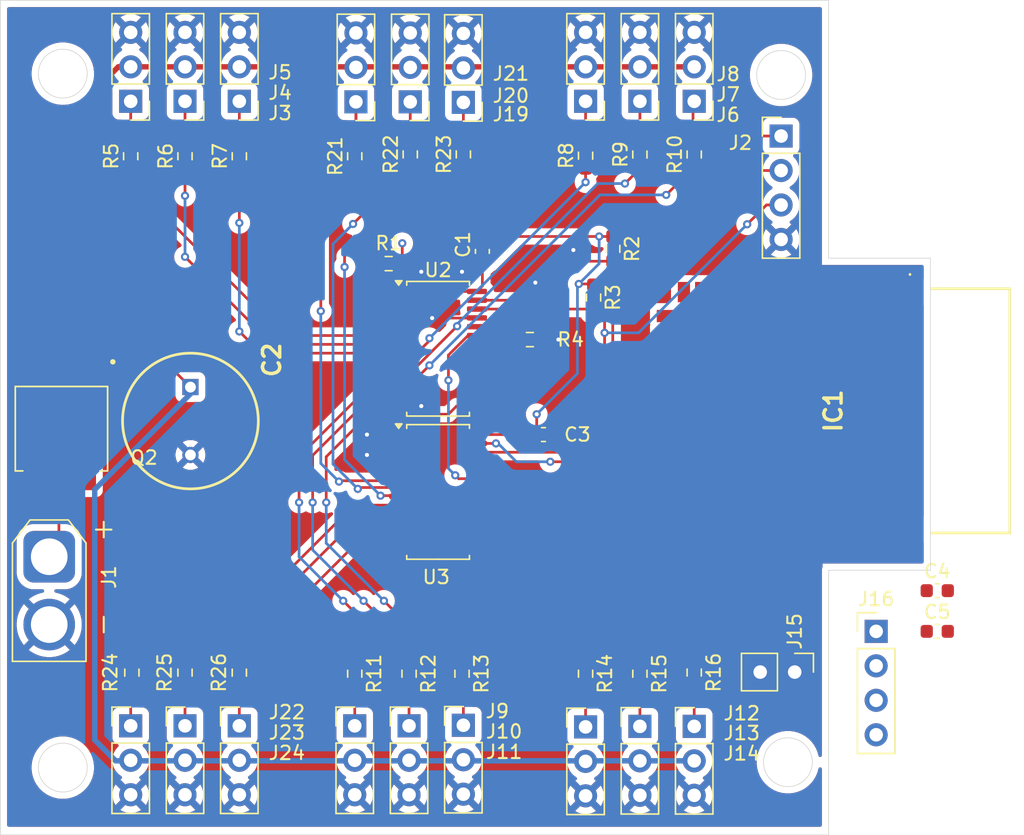
<source format=kicad_pcb>
(kicad_pcb (version 20241229) (generator "pcbnew") (generator_version "9.0")
  (layers (0 "F.Cu" signal) (2 "B.Cu" signal) (13 "F.Paste" user) (15 "B.Paste" user) (5 "F.SilkS" user "F.Silkscreen") (7 "B.SilkS" user "B.Silkscreen") (1 "F.Mask" user) (3 "B.Mask" user) (25 "Edge.Cuts" user))
  (net 0 "")
  (net 2 "GND")
  (net 3 "nOE")
  (net 4 "PWM0")
  (net 6 "SDA")
  (net 7 "Net-(J3-Pin_1)")
  (net 9 "Net-(J4-Pin_1)")
  (net 10 "PWM1")
  (net 11 "Net-(J5-Pin_1)")
  (net 12 "VCC")
  (net 13 "PWM2")
  (net 14 "PWM3")
  (net 15 "SCL")
  (net 16 "Net-(J6-Pin_1)")
  (net 17 "PWM4")
  (net 18 "Net-(J7-Pin_1)")
  (net 20 "PWM5")
  (net 21 "Net-(J8-Pin_1)")
  (net 23 "Net-(J9-Pin_1)")
  (net 24 "PWM6")
  (net 25 "Net-(J10-Pin_1)")
  (net 26 "PWM7")
  (net 27 "Net-(J11-Pin_1)")
  (net 28 "PWM8")
  (net 29 "Net-(J12-Pin_1)")
  (net 30 "PWM9")
  (net 31 "PWM10")
  (net 32 "Net-(J13-Pin_1)")
  (net 33 "PWM11")
  (net 34 "Net-(J14-Pin_1)")
  (net 35 "PWM12")
  (net 38 "PWM13")
  (net 39 "PWM14")
  (net 40 "3V3")
  (net 41 "PWM15")
  (net 43 "Net-(J19-Pin_1)")
  (net 44 "PWM16")
  (net 45 "Net-(J20-Pin_1)")
  (net 46 "PWM17")
  (net 47 "PWM18")
  (net 48 "Net-(J21-Pin_1)")
  (net 49 "PWM19")
  (net 50 "Net-(J22-Pin_1)")
  (net 51 "PWM20")
  (net 52 "Net-(J23-Pin_1)")
  (net 53 "PWM21")
  (net 54 "Net-(J24-Pin_1)")
  (net 55 "PWM22")
  (net 56 "UART_TX")
  (net 58 "PWM23")
  (net 59 "PWM24")
  (net 61 "PWM25")
  (net 63 "PWM26")
  (net 65 "PWM27")
  (net 66 "UART_RX")
  (net 68 "PWM28")
  (net 69 "PWM29")
  (net 71 "PWM30")
  (net 72 "PWM31")
  (net 73 "Net-(IC1-IO0)")
  (net 80 "+5V")
  (net 81 "Net-(J1-Pin_1)")
  (footprint "Resistor_SMD:R_0603_1608Metric_Pad0.98x0.95mm_HandSolder" (layer "F.Cu") (at 99.5 44.9525 90)
    (property "Reference" "R23")
    (property "Value" "220" (hide yes))
  )
  (footprint "Resistor_SMD:R_0603_1608Metric_Pad0.98x0.95mm_HandSolder" (layer "F.Cu") (at 108.5 83.22 -90)
    (property "Reference" "R14")
    (property "Value" "220" (hide yes))
  )
  (footprint "Resistor_SMD:R_0603_1608Metric_Pad0.98x0.95mm_HandSolder" (layer "F.Cu") (at 91.5 83.22 -90)
    (property "Reference" "R11")
    (property "Value" "220" (hide yes))
  )
  (footprint "Connector_PinHeader_2.54mm:PinHeader_1x02_P2.54mm_Vertical" (layer "F.Cu") (at 123.9 83.1 -90)
    (property "Reference" "J15")
    (property "Value" "Conn_01x02_Pin" (hide yes))
  )
  (footprint "Connector_PinHeader_2.54mm:PinHeader_1x03_P2.54mm_Vertical" (layer "F.Cu") (at 83 87.06)
    (property "Reference" "J24")
    (property "Value" "Conn_01x03_Pin" (hide yes))
  )
  (footprint "Resistor_SMD:R_0603_1608Metric_Pad0.98x0.95mm_HandSolder" (layer "F.Cu") (at 79 45.0875 90)
    (property "Reference" "R6")
    (property "Value" "220" (hide yes))
  )
  (footprint "Connector_PinHeader_2.54mm:PinHeader_1x03_P2.54mm_Vertical" (layer "F.Cu") (at 116.5 41.04 180)
    (property "Reference" "J8")
    (property "Value" "Conn_01x03_Pin" (hide yes))
  )
  (footprint "Connector_PinHeader_2.54mm:PinHeader_1x03_P2.54mm_Vertical" (layer "F.Cu") (at 108.5 41.04 180)
    (property "Reference" "J6")
    (property "Value" "Conn_01x03_Pin" (hide yes))
  )
  (footprint "Connector_PinHeader_2.54mm:PinHeader_1x03_P2.54mm_Vertical" (layer "F.Cu") (at 108.5 87.14)
    (property "Reference" "J12")
    (property "Value" "Conn_01x03_Pin" (hide yes))
  )
  (footprint "Resistor_SMD:R_0603_1608Metric_Pad0.98x0.95mm_HandSolder" (layer "F.Cu") (at 75 45.0875 90)
    (property "Reference" "R5")
    (property "Value" "220" (hide yes))
  )
  (footprint "Package_SO:TSSOP-28_4.4x9.7mm_P0.65mm" (layer "F.Cu") (at 97.6375 69.825)
    (property "Reference" "U3")
    (property "Value" "PCA9685PW" (hide yes))
  )
  (footprint "Connector_PinHeader_2.54mm:PinHeader_1x04_P2.54mm_Vertical" (layer "F.Cu") (at 129.9 80.1)
    (property "Reference" "J16")
    (property "Value" "Conn_01x04_Pin" (hide yes))
  )
  (footprint "supercap:CAPPRD500W60D1000H1350" (layer "F.Cu") (at 79.4 62.1 -90)
    (property "Reference" "C2")
    (property "Value" "1000uF" (hide yes))
  )
  (footprint "Resistor_SMD:R_0603_1608Metric_Pad0.98x0.95mm_HandSolder" (layer "F.Cu") (at 95.5875 44.9525 90)
    (property "Reference" "R22")
    (property "Value" "220" (hide yes))
  )
  (footprint "Connector_PinHeader_2.54mm:PinHeader_1x03_P2.54mm_Vertical" (layer "F.Cu") (at 116.5 87.1)
    (property "Reference" "J14")
    (property "Value" "Conn_01x03_Pin" (hide yes))
  )
  (footprint "Resistor_SMD:R_0603_1608Metric_Pad0.98x0.95mm_HandSolder" (layer "F.Cu") (at 116.5 44.96 90)
    (property "Reference" "R10")
    (property "Value" "220" (hide yes))
  )
  (footprint "Resistor_SMD:R_0603_1608Metric_Pad0.98x0.95mm_HandSolder" (layer "F.Cu") (at 83 83.14 -90)
    (property "Reference" "R26")
    (property "Value" "220" (hide yes))
  )
  (footprint "Resistor_SMD:R_0603_1608Metric_Pad0.98x0.95mm_HandSolder" (layer "F.Cu") (at 95.5 83.22 -90)
    (property "Reference" "R12")
    (property "Value" "220" (hide yes))
  )
  (footprint "Connector_PinHeader_2.54mm:PinHeader_1x03_P2.54mm_Vertical" (layer "F.Cu") (at 91.5875 41.08 180)
    (property "Reference" "J19")
    (property "Value" "Conn_01x03_Pin" (hide yes))
  )
  (footprint "Resistor_SMD:R_0603_1608Metric_Pad0.98x0.95mm_HandSolder" (layer "F.Cu") (at 99.4 83.22 -90)
    (property "Reference" "R13")
    (property "Value" "220" (hide yes))
  )
  (footprint "Connector_PinHeader_2.54mm:PinHeader_1x03_P2.54mm_Vertical" (layer "F.Cu") (at 75 87.06)
    (property "Reference" "J22")
    (property "Value" "Conn_01x03_Pin" (hide yes))
  )
  (footprint "Connector_PinHeader_2.54mm:PinHeader_1x03_P2.54mm_Vertical" (layer "F.Cu") (at 91.5 87.06)
    (property "Reference" "J9")
    (property "Value" "Conn_01x03_Pin" (hide yes))
  )
  (footprint "Connector_PinHeader_2.54mm:PinHeader_1x04_P2.54mm_Vertical" (layer "F.Cu") (at 122.9 43.6)
    (property "Reference" "J2")
    (property "Value" "Conn_01x04_Pin" (hide yes))
  )
  (footprint "Resistor_SMD:R_0603_1608Metric_Pad0.98x0.95mm_HandSolder" (layer "F.Cu") (at 91.5 45.0875 90)
    (property "Reference" "R21")
    (property "Value" "220" (hide yes))
  )
  (footprint "Connector_PinHeader_2.54mm:PinHeader_1x03_P2.54mm_Vertical" (layer "F.Cu") (at 79 41.04 180)
    (property "Reference" "J4")
    (property "Value" "Conn_01x03_Pin" (hide yes))
  )
  (footprint "Resistor_SMD:R_0603_1608Metric_Pad0.98x0.95mm_HandSolder" (layer "F.Cu") (at 112.5 83.22 -90)
    (property "Reference" "R15")
    (property "Value" "220" (hide yes))
  )
  (footprint "Connector_AMASS:AMASS_XT30U-M_1x02_P5.0mm_Vertical" (layer "F.Cu") (at 69 74.6 -90)
    (property "Reference" "J1")
    (property "Value" "Supply Motor" (hide yes))
  )
  (footprint "Capacitor_SMD:C_0603_1608Metric" (layer "F.Cu") (at 105.4 65.6)
    (property "Reference" "C3")
    (property "Value" "10uF" (hide yes))
  )
  (footprint "Connector_PinHeader_2.54mm:PinHeader_1x03_P2.54mm_Vertical" (layer "F.Cu") (at 95.5 87.06)
    (property "Reference" "J10")
    (property "Value" "Conn_01x03_Pin" (hide yes))
  )
  (footprint "Resistor_SMD:R_0603_1608Metric_Pad0.98x0.95mm_HandSolder" (layer "F.Cu") (at 109.0875 55.5 -90)
    (property "Reference" "R3")
    (property "Value" "10k" (hide yes))
  )
  (footprint "Resistor_SMD:R_0603_1608Metric_Pad0.98x0.95mm_HandSolder" (layer "F.Cu") (at 110.5 51.9125 -90)
    (property "Reference" "R2")
    (property "Value" "10k" (hide yes))
  )
  (footprint "Resistor_SMD:R_0603_1608Metric_Pad0.98x0.95mm_HandSolder" (layer "F.Cu") (at 108.5 45.0475 90)
    (property "Reference" "R8")
    (property "Value" "220" (hide yes))
  )
  (footprint "Connector_PinHeader_2.54mm:PinHeader_1x03_P2.54mm_Vertical" (layer "F.Cu") (at 112.5 87.1)
    (property "Reference" "J13")
    (property "Value" "Conn_01x03_Pin" (hide yes))
  )
  (footprint "Resistor_SMD:R_0603_1608Metric_Pad0.98x0.95mm_HandSolder" (layer "F.Cu") (at 75.0875 83.14 -90)
    (property "Reference" "R24")
    (property "Value" "220" (hide yes))
  )
  (footprint "Resistor_SMD:R_0603_1608Metric_Pad0.98x0.95mm_HandSolder" (layer "F.Cu") (at 116.5 83.1325 -90)
    (property "Reference" "R16")
    (property "Value" "220" (hide yes))
  )
  (footprint "Connector_PinHeader_2.54mm:PinHeader_1x03_P2.54mm_Vertical" (layer "F.Cu") (at 83 41.04 180)
    (property "Reference" "J5")
    (property "Value" "Conn_01x03_Pin" (hide yes))
  )
  (footprint "Resistor_SMD:R_0603_1608Metric_Pad0.98x0.95mm_HandSolder" (layer "F.Cu") (at 79 83.14 -90)
    (property "Reference" "R25")
    (property "Value" "220" (hide yes))
  )
  (footprint "ESP32S3WROOM1N8R2:ESP32S3WROOM1N8R2" (layer "F.Cu") (at 126.992315 63.850011 -90)
    (property "Reference" "IC1")
    (property "Value" "ESP32-S3-WROOM-1-N8" (hide yes))
  )
  (footprint "Connector_PinHeader_2.54mm:PinHeader_1x03_P2.54mm_Vertical" (layer "F.Cu") (at 112.5 41.04 180)
    (property "Reference" "J7")
    (property "Value" "Conn_01x03_Pin" (hide yes))
  )
  (footprint "Resistor_SMD:R_0603_1608Metric_Pad0.98x0.95mm_HandSolder" (layer "F.Cu") (at 104.4 58.6)
    (property "Reference" "R4")
    (property "Value" "10k" (hide yes))
  )
  (footprint "Resistor_SMD:R_0603_1608Metric_Pad0.98x0.95mm_HandSolder" (layer "F.Cu") (at 112.5 44.96 90)
    (property "Reference" "R9")
    (property "Value" "220" (hide yes))
  )
  (footprint "Resistor_SMD:R_0603_1608Metric_Pad0.98x0.95mm_HandSolder" (layer "F.Cu") (at 83 45.0875 90)
    (property "Reference" "R7")
    (property "Value" "220" (hide yes))
  )
  (footprint "Connector_PinHeader_2.54mm:PinHeader_1x03_P2.54mm_Vertical" (layer "F.Cu") (at 75 41.04 180)
    (property "Reference" "J3")
    (property "Value" "Conn_01x03_Pin" (hide yes))
  )
  (footprint "Capacitor_SMD:C_0603_1608Metric" (layer "F.Cu") (at 134.4 80.1)
    (property "Reference" "C5")
    (property "Value" "0.1uF" (hide yes))
  )
  (footprint "Connector_PinHeader_2.54mm:PinHeader_1x03_P2.54mm_Vertical" (layer "F.Cu") (at 95.5875 41.08 180)
    (property "Reference" "J20")
    (property "Value" "Conn_01x03_Pin" (hide yes))
  )
  (footprint "Connector_PinHeader_2.54mm:PinHeader_1x03_P2.54mm_Vertical" (layer "F.Cu") (at 99.5 41.12 180)
    (property "Reference" "J21")
    (property "Value" "Conn_01x03_Pin" (hide yes))
  )
  (footprint "Connector_PinHeader_2.54mm:PinHeader_1x03_P2.54mm_Vertical" (layer "F.Cu") (at 99.5 87.02)
    (property "Reference" "J11")
    (property "Value" "Conn_01x03_Pin" (hide yes))
  )
  (footprint "Resistor_SMD:R_0603_1608Metric_Pad0.98x0.95mm_HandSolder" (layer "F.Cu") (at 94 53 180)
    (property "Reference" "R1")
    (property "Value" "10k" (hide yes))
  )
  (footprint "Package_SO:TSSOP-28_4.4x9.7mm_P0.65mm" (layer "F.Cu") (at 97.6375 59.275)
    (property "Reference" "U2")
    (property "Value" "PCA9685PW" (hide yes))
  )
  (footprint "Capacitor_SMD:C_0603_1608Metric" (layer "F.Cu") (at 134.4 77.1)
    (property "Reference" "C4")
    (property "Value" "22uF" (hide yes))
  )
  (footprint "Capacitor_SMD:C_0603_1608Metric" (layer "F.Cu") (at 100.9 52.1 90)
    (property "Reference" "C1")
    (property "Value" "10uF" (hide yes))
  )
  (footprint "Connector_PinHeader_2.54mm:PinHeader_1x03_P2.54mm_Vertical" (layer "F.Cu") (at 79 87.06)
    (property "Reference" "J23")
    (property "Value" "Conn_01x03_Pin" (hide yes))
  )
  (footprint "AOD417:DPAK228P994X240_3N" (layer "F.Cu") (at 69.9 64.1 180)
    (property "Reference" "Q2")
    (property "Value" "AOD417" (hide yes))
  )
  (gr_line (start 126.4 75.6) (end 126.4 95.1) (stroke (width 0.05)) (layer "Edge.Cuts"))
  (gr_line (start 65.4 95.1) (end 65.4 33.6) (stroke (width 0.05)) (layer "Edge.Cuts"))
  (gr_circle (center 123.4 89.74) (end 125.2 89.74) (stroke (width 0.05)) (fill no) (layer "Edge.Cuts"))
  (gr_circle (center 122.9 39.1) (end 124.7 39.1) (stroke (width 0.05)) (fill no) (layer "Edge.Cuts"))
  (gr_circle (center 70 39) (end 71.8 39) (stroke (width 0.05)) (fill no) (layer "Edge.Cuts"))
  (gr_line (start 126.4 52.6) (end 133.9 52.6) (stroke (width 0.05)) (layer "Edge.Cuts"))
  (gr_line (start 126.4 33.6) (end 126.4 52.6) (stroke (width 0.05)) (layer "Edge.Cuts"))
  (gr_line (start 133.9 75.6) (end 126.4 75.6) (stroke (width 0.05)) (layer "Edge.Cuts"))
  (gr_circle (center 70 90.14) (end 71.8 90.14) (stroke (width 0.05)) (fill no) (layer "Edge.Cuts"))
  (gr_line (start 65.4 33.6) (end 126.4 33.6) (stroke (width 0.05)) (layer "Edge.Cuts"))
  (gr_line (start 126.4 95.1) (end 65.4 95.1) (stroke (width 0.05)) (layer "Edge.Cuts"))
  (gr_line (start 133.9 52.6) (end 133.9 75.6) (stroke (width 0.05)) (layer "Edge.Cuts"))
  (segment (start 97.2 57.0125) (end 100.4875 57.0125) (width 0.2) (layer "F.Cu") (net 2))
  (segment (start 106.5 58.6) (end 105.3125 58.6) (width 0.2) (layer "F.Cu") (net 2))
  (segment (start 100.4875 57.0125) (end 100.5 57) (width 0.2) (layer "F.Cu") (net 2))
  (segment (start 94.775 63.5) (end 96.4 63.5) (width 0.2) (layer "F.Cu") (net 2))
  (via (at 97.2 57.0125) (size 0.6) (drill 0.3) (layers "F.Cu" "B.Cu") (net 2))
  (via (at 106.5 58.6) (size 0.6) (drill 0.3) (layers "F.Cu" "B.Cu") (net 2))
  (via (at 92.4 67.1) (size 0.6) (drill 0.3) (layers "F.Cu" "B.Cu") (net 2))
  (via (at 104.8 54.4) (size 0.6) (drill 0.3) (layers "F.Cu" "B.Cu") (net 2))
  (via (at 96.4 53.6) (size 0.6) (drill 0.3) (layers "F.Cu" "B.Cu") (net 2))
  (via (at 99.4 53.6) (size 0.6) (drill 0.3) (layers "F.Cu" "B.Cu") (net 2))
  (via (at 92.4 65.6) (size 0.6) (drill 0.3) (layers "F.Cu" "B.Cu") (net 2))
  (via (at 107.6 52) (size 0.6) (drill 0.3) (layers "F.Cu" "B.Cu") (net 2))
  (via (at 96.4 63.5) (size 0.6) (drill 0.3) (layers "F.Cu" "B.Cu") (net 2))
  (segment (start 98.4 59.74263) (end 99.84263 58.3) (width 0.2) (layer "F.Cu") (net 3))
  (segment (start 100.5 58.3) (end 103.1875 58.3) (width 0.2) (layer "F.Cu") (net 3))
  (segment (start 99.84263 58.3) (end 100.5 58.3) (width 0.2) (layer "F.Cu") (net 3))
  (segment (start 99.15 68.85) (end 98.9 68.6) (width 0.2) (layer "F.Cu") (net 3))
  (segment (start 98.4 61.6) (end 98.4 59.74263) (width 0.2) (layer "F.Cu") (net 3))
  (segment (start 103.1875 58.3) (end 103.4875 58.6) (width 0.2) (layer "F.Cu") (net 3))
  (segment (start 100.5 68.85) (end 99.15 68.85) (width 0.2) (layer "F.Cu") (net 3))
  (via (at 98.9 68.6) (size 0.6) (drill 0.3) (layers "F.Cu" "B.Cu") (net 3))
  (via (at 98.4 61.6) (size 0.6) (drill 0.3) (layers "F.Cu" "B.Cu") (net 3))
  (segment (start 98.4 68.1) (end 98.9 68.6) (width 0.2) (layer "B.Cu") (net 3))
  (segment (start 98.4 61.6) (end 98.4 68.1) (width 0.2) (layer "B.Cu") (net 3))
  (segment (start 75 47) (end 75 46) (width 0.2) (layer "F.Cu") (net 4))
  (segment (start 94.775 58.3) (end 86.3 58.3) (width 0.2) (layer "F.Cu") (net 4))
  (segment (start 86.3 58.3) (end 75 47) (width 0.2) (layer "F.Cu") (net 4))
  (segment (start 110.5 65) (end 110.5 52.825) (width 0.2) (layer "F.Cu") (net 6))
  (segment (start 107.9 67.6) (end 110.5 65) (width 0.2) (layer "F.Cu") (net 6))
  (segment (start 105.9 67.6) (end 107.9 67.6) (width 0.2) (layer "F.Cu") (net 6))
  (segment (start 107.975 52.825) (end 105.1 55.7) (width 0.2) (layer "F.Cu") (net 6))
  (segment (start 119.36 46.14) (end 112.675 52.825) (width 0.2) (layer "F.Cu") (net 6))
  (segment (start 110.5 52.825) (end 107.975 52.825) (width 0.2) (layer "F.Cu") (net 6))
  (segment (start 105.1 55.7) (end 100.5 55.7) (width 0.2) (layer "F.Cu") (net 6))
  (segment (start 112.675 52.825) (end 110.5 52.825) (width 0.2) (layer "F.Cu") (net 6))
  (segment (start 122.9 46.14) (end 119.36 46.14) (width 0.2) (layer "F.Cu") (net 6))
  (segment (start 101.9 66.25) (end 100.5 66.25) (width 0.2) (layer "F.Cu") (net 6))
  (via (at 105.9 67.6) (size 0.6) (drill 0.3) (layers "F.Cu" "B.Cu") (net 6))
  (via (at 101.9 66.25) (size 0.6) (drill 0.3) (layers "F.Cu" "B.Cu") (net 6))
  (segment (start 101.9 66.25) (end 102.05 66.25) (width 0.2) (layer "B.Cu") (net 6))
  (segment (start 103.4 67.6) (end 105.9 67.6) (width 0.2) (layer "B.Cu") (net 6))
  (segment (start 102.05 66.25) (end 103.4 67.6) (width 0.2) (layer "B.Cu") (net 6))
  (segment (start 75 44.175) (end 75 41.04) (width 0.2) (layer "F.Cu") (net 7))
  (segment (start 79 41.04) (end 79 44.175) (width 0.2) (layer "F.Cu") (net 9))
  (segment (start 85.45 58.95) (end 94.775 58.95) (width 0.2) (layer "F.Cu") (net 10))
  (segment (start 79 52.5) (end 85.45 58.95) (width 0.2) (layer "F.Cu") (net 10))
  (segment (start 79 48) (end 79 46) (width 0.2) (layer "F.Cu") (net 10))
  (via (at 79 52.5) (size 0.6) (drill 0.3) (layers "F.Cu" "B.Cu") (net 10))
  (via (at 79 48) (size 0.6) (drill 0.3) (layers "F.Cu" "B.Cu") (net 10))
  (segment (start 79 48) (end 79 52.5) (width 0.2) (layer "B.Cu") (net 10))
  (segment (start 83 41.04) (end 83 44.175) (width 0.2) (layer "F.Cu") (net 11))
  (segment (start 104.9 65.1) (end 104.625 65.375) (width 0.2) (layer "F.Cu") (net 12))
  (segment (start 120.9 43.6) (end 122.9 43.6) (width 0.2) (layer "F.Cu") (net 12))
  (segment (start 100.5 65.6) (end 104.625 65.6) (width 0.2) (layer "F.Cu") (net 12))
  (segment (start 101.5 53) (end 94.9125 53) (width 0.2) (layer "F.Cu") (net 12))
  (segment (start 95 53.0875) (end 95 54.825) (width 0.2) (layer "F.Cu") (net 12))
  (segment (start 100.9 54.65) (end 100.9 52.875) (width 0.2) (layer "F.Cu") (net 12))
  (segment (start 110.5 51) (end 113.5 51) (width 0.2) (layer "F.Cu") (net 12))
  (segment (start 95 51.5) (end 95 52.9125) (width 0.2) (layer "F.Cu") (net 12))
  (segment (start 104.625 65.375) (end 104.625 65.6) (width 0.2) (layer "F.Cu") (net 12))
  (segment (start 110.5 51) (end 109.5 51) (width 0.2) (layer "F.Cu") (net 12))
  (segment (start 113.5 51) (end 120.9 43.6) (width 0.2) (layer "F.Cu") (net 12))
  (segment (start 95 54.825) (end 94.775 55.05) (width 0.2) (layer "F.Cu") (net 12))
  (segment (start 104.9 64.1) (end 104.9 65.1) (width 0.2) (layer "F.Cu") (net 12))
  (segment (start 109.5 51) (end 103.5 51) (width 0.2) (layer "F.Cu") (net 12))
  (segment (start 94.775 55.05) (end 100.5 55.05) (width 0.2) (layer "F.Cu") (net 12))
  (segment (start 109 54.5) (end 109.0875 54.5875) (width 0.2) (layer "F.Cu") (net 12))
  (segment (start 94.9125 53) (end 95 53.0875) (width 0.2) (layer "F.Cu") (net 12))
  (segment (start 103.5 51) (end 101.5 53) (width 0.2) (layer "F.Cu") (net 12))
  (segment (start 100.5 55.05) (end 100.9 54.65) (width 0.2) (layer "F.Cu") (net 12))
  (segment (start 95 52.9125) (end 94.9125 53) (width 0.2) (layer "F.Cu") (net 12))
  (segment (start 108 54.5) (end 109 54.5) (width 0.2) (layer "F.Cu") (net 12))
  (via (at 104.9 64.1) (size 0.6) (drill 0.3) (layers "F.Cu" "B.Cu") (net 12))
  (via (at 95 51.5) (size 0.6) (drill 0.3) (layers "F.Cu" "B.Cu") (net 12))
  (via (at 108 54.5) (size 0.6) (drill 0.3) (layers "F.Cu" "B.Cu") (net 12))
  (via (at 109.5 51) (size 0.6) (drill 0.3) (layers "F.Cu" "B.Cu") (net 12))
  (segment (start 109.5 51) (end 109.5 53) (width 0.2) (layer "B.Cu") (net 12))
  (segment (start 107.9 54.6) (end 108 54.5) (width 0.2) (layer "B.Cu") (net 12))
  (segment (start 104.9 64.1) (end 107.9 61.1) (width 0.2) (layer "B.Cu") (net 12))
  (segment (start 107.9 61.1) (end 107.9 54.6) (width 0.2) (layer "B.Cu") (net 12))
  (segment (start 109.5 53) (end 108 54.5) (width 0.2) (layer "B.Cu") (net 12))
  (segment (start 84.6 59.6) (end 94.775 59.6) (width 0.2) (layer "F.Cu") (net 13))
  (segment (start 83 50) (end 83 46) (width 0.2) (layer "F.Cu") (net 13))
  (segment (start 83 58) (end 84.6 59.6) (width 0.2) (layer "F.Cu") (net 13))
  (via (at 83 50) (size 0.6) (drill 0.3) (layers "F.Cu" "B.Cu") (net 13))
  (via (at 83 58) (size 0.6) (drill 0.3) (layers "F.Cu" "B.Cu") (net 13))
  (segment (start 83 58) (end 83 50) (width 0.2) (layer "B.Cu") (net 13))
  (segment (start 97 58.68237) (end 95.43237 60.25) (width 0.2) (layer "F.Cu") (net 14))
  (segment (start 95.43237 60.25) (end 94.775 60.25) (width 0.2) (layer "F.Cu") (net 14))
  (segment (start 108.5 47) (end 108.5 45.96) (width 0.2) (layer "F.Cu") (net 14))
  (segment (start 97 58.5) (end 97 58.68237) (width 0.2) (layer "F.Cu") (net 14))
  (via (at 108.5 47) (size 0.6) (drill 0.3) (layers "F.Cu" "B.Cu") (net 14))
  (via (at 97 58.5) (size 0.6) (drill 0.3) (layers "F.Cu" "B.Cu") (net 14))
  (segment (start 108.5 47) (end 97 58.5) (width 0.2) (layer "B.Cu") (net 14))
  (segment (start 122.9 48.68) (end 121.82 48.68) (width 0.2) (layer "F.Cu") (net 15))
  (segment (start 107.7875 66.9) (end 100.5 66.9) (width 0.2) (layer "F.Cu") (net 15))
  (segment (start 109.9 57.225) (end 109.9 64.7875) (width 0.2) (layer "F.Cu") (net 15))
  (segment (start 109.0875 56.4125) (end 109.025 56.35) (width 0.2) (layer "F.Cu") (net 15))
  (segment (start 109.025 56.35) (end 100.5 56.35) (width 0.2) (layer "F.Cu") (net 15))
  (segment (start 109.9 64.7875) (end 107.7875 66.9) (width 0.2) (layer "F.Cu") (net 15))
  (segment (start 121.82 48.68) (end 120.4 50.1) (width 0.2) (layer "F.Cu") (net 15))
  (segment (start 109.0875 56.4125) (end 109.9 57.225) (width 0.2) (layer "F.Cu") (net 15))
  (segment (start 109.4 56.725) (end 109.0875 56.4125) (width 0.2) (layer "F.Cu") (net 15))
  (via (at 109.9 58.1) (size 0.6) (drill 0.3) (layers "F.Cu" "B.Cu") (net 15))
  (via (at 120.4 50.1) (size 0.6) (drill 0.3) (layers "F.Cu" "B.Cu") (net 15))
  (segment (start 112.4 58.1) (end 120.4 50.1) (width 0.2) (layer "B.Cu") (net 15))
  (segment (start 109.9 58.1) (end 112.4 58.1) (width 0.2) (layer "B.Cu") (net 15))
  (segment (start 108.5 44.135) (end 108.5 41.04) (width 0.2) (layer "F.Cu") (net 16))
  (segment (start 99.038972 57.6125) (end 99.03897 57.6125) (width 0.2) (layer "F.Cu") (net 17))
  (segment (start 111.4 47.1) (end 112.5 46) (width 0.2) (layer "F.Cu") (net 17))
  (segment (start 95.75147 60.9) (end 94.775 60.9) (width 0.2) (layer "F.Cu") (net 17))
  (segment (start 112.5 46) (end 112.5 45.8725) (width 0.2) (layer "F.Cu") (net 17))
  (segment (start 99.03897 57.6125) (end 95.75147 60.9) (width 0.2) (layer "F.Cu") (net 17))
  (via (at 111.4 47.1) (size 0.6) (drill 0.3) (layers "F.Cu" "B.Cu") (net 17))
  (via (at 99.038972 57.6125) (size 0.6) (drill 0.3) (layers "F.Cu" "B.Cu") (net 17))
  (segment (start 99.038972 57.461028) (end 109.4 47.1) (width 0.2) (layer "B.Cu") (net 17))
  (segment (start 109.4 47.1) (end 111.4 47.1) (width 0.2) (layer "B.Cu") (net 17))
  (segment (start 99.038972 57.6125) (end 99.038972 57.461028) (width 0.2) (layer "B.Cu") (net 17))
  (segment (start 112.5 44.0475) (end 112.5 41.04) (width 0.2) (layer "F.Cu") (net 18))
  (segment (start 114.43625 47.93625) (end 116.4125 45.96) (width 0.2) (layer "F.Cu") (net 20))
  (segment (start 116.4125 45.96) (end 116.4125 45.8725) (width 0.2) (layer "F.Cu") (net 20))
  (segment (start 95.95 61.55) (end 94.775 61.55) (width 0.2) (layer "F.Cu") (net 20))
  (segment (start 97 60.5) (end 95.95 61.55) (width 0.2) (layer "F.Cu") (net 20))
  (via (at 114.43625 47.93625) (size 0.6) (drill 0.3) (layers "F.Cu" "B.Cu") (net 20))
  (via (at 97 60.5) (size 0.6) (drill 0.3) (layers "F.Cu" "B.Cu") (net 20))
  (segment (start 114.43625 47.93625) (end 109.56375 47.93625) (width 0.2) (layer "B.Cu") (net 20))
  (segment (start 109.56375 47.93625) (end 97 60.5) (width 0.2) (layer "B.Cu") (net 20))
  (segment (start 116.4125 44.0475) (end 116.4125 41.1275) (width 0.2) (layer "F.Cu") (net 21))
  (segment (start 116.4125 41.1275) (end 116.5 41.04) (width 0.2) (layer "F.Cu") (net 21))
  (segment (start 91.5 84.1325) (end 91.5 87.06) (width 0.2) (layer "F.Cu") (net 23))
  (segment (start 92.425655 62.2) (end 94.775 62.2) (width 0.2) (layer "F.Cu") (net 24))
  (segment (start 87.4 70.6) (end 87.4 67.225655) (width 0.2) (layer "F.Cu") (net 24))
  (segment (start 90.65 77.85) (end 91.5 78.7) (width 0.2) (layer "F.Cu") (net 24))
  (segment (start 91.5 78.7) (end 91.5 82.3075) (width 0.2) (layer "F.Cu") (net 24))
  (segment (start 87.4 67.225655) (end 92.425655 62.2) (width 0.2) (layer "F.Cu") (net 24))
  (via (at 90.65 77.85) (size 0.6) (drill 0.3) (layers "F.Cu" "B.Cu") (net 24))
  (via (at 87.4 70.6) (size 0.6) (drill 0.3) (layers "F.Cu" "B.Cu") (net 24))
  (segment (start 87.4 74.6) (end 90.65 77.85) (width 0.2) (layer "B.Cu") (net 24))
  (segment (start 87.4 70.6) (end 87.4 74.6) (width 0.2) (layer "B.Cu") (net 24))
  (segment (start 95.5 84.1325) (end 95.5 87.06) (width 0.2) (layer "F.Cu") (net 25))
  (segment (start 88.4 70.6) (end 88.4 67.13355) (width 0.2) (layer "F.Cu") (net 26))
  (segment (start 88.4 67.13355) (end 92.68355 62.85) (width 0.2) (layer "F.Cu") (net 26))
  (segment (start 95.5 81.2) (end 95.5 82.3075) (width 0.2) (layer "F.Cu") (net 26))
  (segment (start 92.15 77.85) (end 95.5 81.2) (width 0.2) (layer "F.Cu") (net 26))
  (segment (start 92.68355 62.85) (end 94.775 62.85) (width 0.2) (layer "F.Cu") (net 26))
  (via (at 88.4 70.6) (size 0.6) (drill 0.3) (layers "F.Cu" "B.Cu") (net 26))
  (via (at 92.15 77.85) (size 0.6) (drill 0.3) (layers "F.Cu" "B.Cu") (net 26))
  (segment (start 88.4 74.1) (end 92.15 77.85) (width 0.2) (layer "B.Cu") (net 26))
  (segment (start 88.4 70.6) (end 88.4 74.1) (width 0.2) (layer "B.Cu") (net 26))
  (segment (start 99.5 84.1325) (end 99.5 87.02) (width 0.2) (layer "F.Cu") (net 27))
  (segment (start 89.4 70.6) (end 89.4 67.2342) (width 0.2) (layer "F.Cu") (net 28))
  (segment (start 93.65 77.85) (end 98.1075 82.3075) (width 0.2) (layer "F.Cu") (net 28))
  (segment (start 98.1075 82.3075) (end 99.5 82.3075) (width 0.2) (layer "F.Cu") (net 28))
  (segment (start 89.4 67.2342) (end 92.5342 64.1) (width 0.2) (layer "F.Cu") (net 28))
  (segment (start 92.5342 64.1) (end 98.4 64.1) (width 0.2) (layer "F.Cu") (net 28))
  (segment (start 99 63.5) (end 100.5 63.5) (width 0.2) (layer "F.Cu") (net 28))
  (segment (start 98.4 64.1) (end 99 63.5) (width 0.2) (layer "F.Cu") (net 28))
  (via (at 89.4 70.6) (size 0.6) (drill 0.3) (layers "F.Cu" "B.Cu") (net 28))
  (via (at 93.65 77.85) (size 0.6) (drill 0.3) (layers "F.Cu" "B.Cu") (net 28))
  (segment (start 89.4 70.6) (end 89.4 73.6) (width 0.2) (layer "B.Cu") (net 28))
  (segment (start 89.4 73.6) (end 93.65 77.85) (width 0.2) (layer "B.Cu") (net 28))
  (segment (start 108.5 84.1325) (end 108.5 87.14) (width 0.2) (layer "F.Cu") (net 29))
  (segment (start 112.5 84.1325) (end 112.5 87.1) (width 0.2) (layer "F.Cu") (net 32))
  (segment (start 116.5 84.045) (end 116.5 87.1) (width 0.2) (layer "F.Cu") (net 34))
  (segment (start 91.5 44.175) (end 91.5875 44.0875) (width 0.2) (layer "F.Cu") (net 43))
  (segment (start 91.5875 44.0875) (end 91.5875 41.175) (width 0.2) (layer "F.Cu") (net 43))
  (segment (start 91.5875 44.04) (end 91.5875 41.12) (width 0.2) (layer "F.Cu") (net 43))
  (segment (start 89 48.5) (end 91.5 46) (width 0.2) (layer "F.Cu") (net 44))
  (segment (start 90.338603 69.061397) (end 90.4 69) (width 0.2) (layer "F.Cu") (net 44))
  (segment (start 89 56.5) (end 89 48.5) (width 0.2) (layer "F.Cu") (net 44))
  (segment (start 94.625 69) (end 94.775 68.85) (width 0.2) (layer "F.Cu") (net 44))
  (segment (start 90.4 69) (end 94.625 69) (width 0.2) (layer "F.Cu") (net 44))
  (via (at 90.338603 69.061397) (size 0.6) (drill 0.3) (layers "F.Cu" "B.Cu") (net 44))
  (via (at 89 56.5) (size 0.6) (drill 0.3) (layers "F.Cu" "B.Cu") (net 44))
  (segment (start 90.338603 69.061397) (end 89 67.722794) (width 0.2) (layer "B.Cu") (net 44))
  (segment (start 89 67.722794) (end 89 56.5) (width 0.2) (layer "B.Cu") (net 44))
  (segment (start 95.5875 41.08) (end 95.5875 44.04) (width 0.2) (layer "F.Cu") (net 45))
  (segment (start 91.825735 69.5) (end 94.775 69.5) (width 0.2) (layer "F.Cu") (net 46))
  (segment (start 91.37625 50.07625) (end 95.5875 45.865) (width 0.2) (layer "F.Cu") (net 46))
  (segment (start 91.725735 69.6) (end 91.825735 69.5) (width 0.2) (layer "F.Cu") (net 46))
  (via (at 91.725735 69.6) (size 0.6) (drill 0.3) (layers "F.Cu" "B.Cu") (net 46))
  (via (at 91.37625 50.07625) (size 0.6) (drill 0.3) (layers "F.Cu" "B.Cu") (net 46))
  (segment (start 91.37625 50.07625) (end 89.899 51.5535) (width 0.2) (layer "B.Cu") (net 46))
  (segment (start 89.899 67.773265) (end 91.725735 69.6) (width 0.2) (layer "B.Cu") (net 46))
  (segment (start 89.899 51.5535) (end 89.899 67.773265) (width 0.2) (layer "B.Cu") (net 46))
  (segment (start 90.75 53.25) (end 90.75 52.45) (width 0.2) (layer "F.Cu") (net 47))
  (segment (start 97.335 45.865) (end 99.5 45.865) (width 0.2) (layer "F.Cu") (net 47))
  (segment (start 93.4 70.1) (end 94.725 70.1) (width 0.2) (layer "F.Cu") (net 47))
  (segment (start 90.75 52.45) (end 97.335 45.865) (width 0.2) (layer "F.Cu") (net 47))
  (segment (start 94.725 70.1) (end 94.775 70.15) (width 0.2) (layer "F.Cu") (net 47))
  (via (at 90.75 53.25) (size 0.6) (drill 0.3) (layers "F.Cu" "B.Cu") (net 47))
  (via (at 93.4 70.1) (size 0.6) (drill 0.3) (layers "F.Cu" "B.Cu") (net 47))
  (segment (start 90.75 53.25) (end 90.75 67.45) (width 0.2) (layer "B.Cu") (net 47))
  (segment (start 90.75 67.45) (end 93.4 70.1) (width 0.2) (layer "B.Cu") (net 47))
  (segment (start 99.5 44.04) (end 99.5 41.12) (width 0.2) (layer "F.Cu") (net 48))
  (segment (start 75.0875 82.2275) (end 75.0875 81.9525) (width 0.2) (layer "F.Cu") (net 49))
  (segment (start 94.775 70.8) (end 91.449563 70.8) (width 0.2) (layer "F.Cu") (net 49))
  (segment (start 75.0875 82.1475) (end 75.0875 82.2275) (width 0.2) (layer "F.Cu") (net 49))
  (segment (start 81.649563 80.6) (end 76.715 80.6) (width 0.2) (layer "F.Cu") (net 49))
  (segment (start 91.449563 70.8) (end 81.649563 80.6) (width 0.2) (layer "F.Cu") (net 49))
  (segment (start 76.715 80.6) (end 75.0875 82.2275) (width 0.2) (layer "F.Cu") (net 49))
  (segment (start 75 87.06) (end 75 84.14) (width 0.2) (layer "F.Cu") (net 50))
  (segment (start 75 84.14) (end 75.0875 84.0525) (width 0.2) (layer "F.Cu") (net 50))
  (segment (start 94.775 71.45) (end 92.05 71.45) (width 0.2) (layer "F.Cu") (net 51))
  (segment (start 81.2725 82.2275) (end 79 82.2275) (width 0.2) (layer "F.Cu") (net 51))
  (segment (start 92.05 71.45) (end 81.2725 82.2275) (width 0.2) (layer "F.Cu") (net 51))
  (segment (start 79 84.0525) (end 79 87.06) (width 0.2) (layer "F.Cu") (net 52))
  (segment (start 83 82.2275) (end 93.1275 72.1) (width 0.2) (layer "F.Cu") (net 53))
  (segment (start 93.1275 72.1) (end 94.775 72.1) (width 0.2) (layer "F.Cu") (net 53))
  (segment (start 83 84.0525) (end 83 87.06) (width 0.2) (layer "F.Cu") (net 54))
  (segment (start 108.4 82.2075) (end 108.5 82.3075) (width 0.2) (layer "F.Cu") (net 55))
  (segment (start 99.4 80.6) (end 106.7925 80.6) (width 0.2) (layer "F.Cu") (net 55))
  (segment (start 93.15 74.35) (end 99.4 80.6) (width 0.2) (layer "F.Cu") (net 55))
  (segment (start 94.775 72.75) (end 93.893751 72.75) (width 0.2) (layer "F.Cu") (net 55))
  (segment (start 93.893751 72.75) (end 93.15 73.493751) (width 0.2) (layer "F.Cu") (net 55))
  (segment (start 93.15 73.493751) (end 93.15 74.35) (width 0.2) (layer "F.Cu") (net 55))
  (segment (start 106.7925 80.6) (end 108.5 82.3075) (width 0.2) (layer "F.Cu") (net 55))
  (segment (start 96.2 73.4) (end 100.4 77.6) (width 0.2) (layer "F.Cu") (net 58))
  (segment (start 100.4 77.6) (end 107.7925 77.6) (width 0.2) (layer "F.Cu") (net 58))
  (segment (start 107.7925 77.6) (end 112.5 82.3075) (width 0.2) (layer "F.Cu") (net 58))
  (segment (start 94.775 73.4) (end 96.2 73.4) (width 0.2) (layer "F.Cu") (net 58))
  (segment (start 108.33 74.05) (end 116.5 82.22) (width 0.2) (layer "F.Cu") (net 59))
  (segment (start 100.5 74.05) (end 108.33 74.05) (width 0.2) (layer "F.Cu") (net 59))
  (segment (start 100.45 71.5) (end 100.5 71.45) (width 0.2) (layer "F.Cu") (net 68))
  (segment (start 71.1 55.9) (end 71.1 41.4875) (width 0.4) (layer "F.Cu") (net 80))
  (segment (start 79.4 62.1) (end 73.4 56.1) (width 0.2) (layer "F.Cu") (net 80))
  (segment (start 71.1 41.4875) (end 74.0875 38.5) (width 0.4) (layer "F.Cu") (net 80))
  (segment (start 74.0875 38.5) (end 116.5 38.5) (width 0.4) (layer "F.Cu") (net 80))
  (segment (start 73.2 55.9) (end 71.1 55.9) (width 0.2) (layer "F.Cu") (net 80))
  (segment (start 73.4 56.1) (end 73.2 55.9) (width 0.2) (layer "F.Cu") (net 80))
  (segment (start 116.5 38.5) (end 108.5 38.5) (width 0.2) (layer "F.Cu") (net 80))
  (segment (start 67.428 59.572) (end 67.428 60.91) (width 0.2) (layer "F.Cu") (net 80))
  (segment (start 71.1 55.9) (end 67.428 59.572) (width 0.2) (layer "F.Cu") (net 80))
  (segment (start 75.04 89.64) (end 73.892237 89.64) (width 0.4) (layer "B.Cu") (net 80))
  (segment (start 73.892237 89.64) (end 72.376118 88.123882) (width 0.4) (layer "B.Cu") (net 80))
  (segment (start 75.04 89.64) (end 75 89.6) (width 0.2) (layer "B.Cu") (net 80))
  (segment (start 116.5 89.64) (end 75.04 89.64) (width 0.4) (layer "B.Cu") (net 80))
  (segment (start 72.376118 88.123882) (end 72.352237 88.1) (width 0.4) (layer "B.Cu") (net 80))
  (segment (start 72.352237 88.1) (end 72.352237 69.647763) (width 0.4) (layer "B.Cu") (net 80))
  (segment (start 72.352237 69.647763) (end 79.4 62.6) (width 0.4) (layer "B.Cu") (net 80))
  (segment (start 79.4 62.6) (end 79.4 62.1) (width 0.4) (layer "B.Cu") (net 80))
  (segment (start 69.714 67.44) (end 69.714 73.886) (width 0.2) (layer "F.Cu") (net 81))
  (segment (start 69.714 73.886) (end 69 74.6) (width 0.2) (layer "F.Cu") (net 81))
  (zone (net 2) (net_name "GND") (layers "F.Cu" "B.Cu") (name "GND_Zone") (connect_pads (clearance 0.5)) (min_thickness 0.25) (fill yes (thermal_gap 0.5) (thermal_bridge_width 0.5))
    (polygon (pts (xy 65.5 34) (xy 65.5 94.5) (xy 126 94.5) (xy 125.95527 75.1) (xy 125.95527 75.1) (xy 133.9 75.1) (xy 133.9 53.1) (xy 125.9 53.1) (xy 126 34)))
  )
)
</source>
